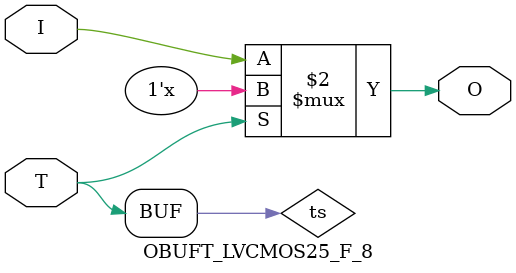
<source format=v>

/*

FUNCTION	: TRI-STATE OUTPUT BUFFER

*/

`celldefine
`timescale  100 ps / 10 ps

module OBUFT_LVCMOS25_F_8 (O, I, T);

    output O;

    input  I, T;

    or O1 (ts, 1'b0, T);
    bufif0 T1 (O, I, ts);

endmodule

</source>
